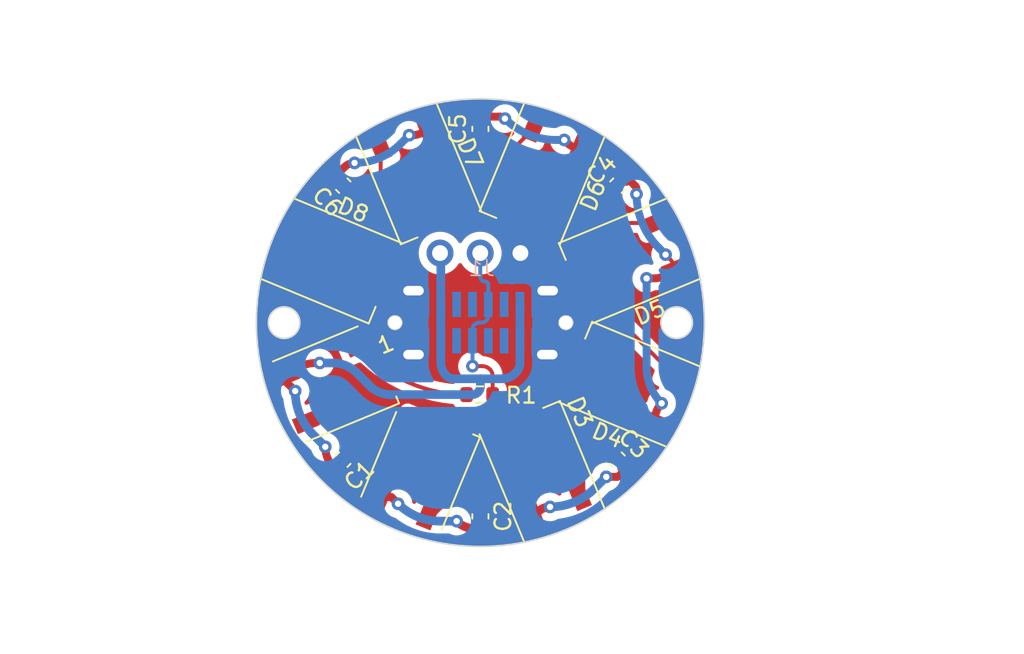
<source format=kicad_pcb>
(kicad_pcb (version 20221018) (generator pcbnew)
  (layers (0 "F.Cu" signal) (31 "B.Cu" signal) (34 "B.Paste" user) (35 "F.Paste" user) (36 "B.SilkS" user "B.Silkscreen") (37 "F.SilkS" user "F.Silkscreen") (38 "B.Mask" user) (39 "F.Mask" user) (44 "Edge.Cuts" user))
  (net 0 "")
  (net 1 "GND")
  (net 2 "Net-(D1-VDD)")
  (net 3 "Net-(D1-DIN)")
  (net 4 "Net-(D1-DOUT)")
  (net 5 "Net-(D2-DOUT)")
  (net 6 "Net-(D3-DOUT)")
  (net 7 "Net-(D4-DOUT)")
  (net 8 "Net-(D5-DOUT)")
  (net 9 "Net-(D6-DOUT)")
  (net 10 "Net-(D7-DOUT)")
  (net 11 "Net-(J1-D+-PadA6)")
  (footprint "Resistor_SMD:R_0603_1608Metric" (layer "F.Cu") (at 49.217285 53.2)
    (fp_text reference "R1" (at 2.625 0.05) (layer "F.SilkS"))
    (fp_text value "220")
    (fp_line (start -0.237258 -0.5225) (end 0.237258 -0.5225) (stroke (width 0.12)) (layer "F.SilkS"))
    (fp_line (start -0.237258 0.5225) (end 0.237258 0.5225) (stroke (width 0.12)) (layer "F.SilkS"))
    (pad "1" smd roundrect (at -0.825 0) (size 0.8 0.95) (layers "F.Cu" "F.Paste" "F.Mask") (net 3 "Net-(D1-DIN)"))
    (pad "2" smd roundrect (at 0.825 0) (size 0.8 0.95) (layers "F.Cu" "F.Paste" "F.Mask") (net 11 "Net-(J1-D+-PadA6)"))
  )
  (footprint "LED_SMD:LED_SK6812_PLCC4_5.0x5.0mm_P3.2mm" (layer "F.Cu") (at 58.644665 52.53424 157.5)
    (fp_text reference "D4" (at 0 -3.5 157.5) (layer "F.SilkS"))
    (fp_text value "SK6812" hide)
    (fp_line (start -3.65 -2.75) (end 3.65 -2.75) (stroke (width 0.12)) (layer "F.SilkS"))
    (fp_line (start -3.65 2.75) (end 3.65 2.75) (stroke (width 0.12)) (layer "F.SilkS"))
    (fp_line (start 3.65 2.75) (end 3.65 1.6) (stroke (width 0.12)) (layer "F.SilkS"))
    (pad "1" smd rect (at 2.45 1.6 157.5) (size 1.5 1) (layers "F.Cu" "F.Paste" "F.Mask") (net 1 "GND"))
    (pad "2" smd rect (at 2.45 -1.6 157.5) (size 1.5 1) (layers "F.Cu" "F.Paste" "F.Mask") (net 6 "Net-(D3-DOUT)"))
    (pad "3" smd rect (at -2.45 -1.6 157.5) (size 1.5 1) (layers "F.Cu" "F.Paste" "F.Mask") (net 2 "Net-(D1-VDD)"))
    (pad "4" smd rect (at -2.45 1.6 157.5) (size 1.5 1) (layers "F.Cu" "F.Paste" "F.Mask") (net 7 "Net-(D4-DOUT)"))
  )
  (footprint "Capacitor_SMD:C_0603_1608Metric" (layer "F.Cu") (at 40.605225 57.31206 -135)
    (fp_text reference "C1" (at 0 -1.43 45) (layer "F.SilkS"))
    (fp_text value "100nF")
    (fp_line (start -0.14058 -0.51) (end 0.14058 -0.51) (stroke (width 0.12)) (layer "F.SilkS"))
    (fp_line (start -0.14058 0.51) (end 0.14058 0.51) (stroke (width 0.12)) (layer "F.SilkS"))
    (pad "1" smd roundrect (at -0.775 0 225) (size 0.9 0.95) (layers "F.Cu" "F.Paste" "F.Mask") (net 1 "GND"))
    (pad "2" smd roundrect (at 0.775 0 225) (size 0.9 0.95) (layers "F.Cu" "F.Paste" "F.Mask") (net 2 "Net-(D1-VDD)"))
  )
  (footprint "Capacitor_SMD:C_0603_1608Metric" (layer "F.Cu") (at 57.929345 57.31206 -45)
    (fp_text reference "C3" (at 0 -1.43 135) (layer "F.SilkS"))
    (fp_text value "100nF")
    (fp_line (start -0.14058 -0.51) (end 0.14058 -0.51) (stroke (width 0.12)) (layer "F.SilkS"))
    (fp_line (start -0.14058 0.51) (end 0.14058 0.51) (stroke (width 0.12)) (layer "F.SilkS"))
    (pad "1" smd roundrect (at -0.775 0 315) (size 0.9 0.95) (layers "F.Cu" "F.Paste" "F.Mask") (net 1 "GND"))
    (pad "2" smd roundrect (at 0.775 0 315) (size 0.9 0.95) (layers "F.Cu" "F.Paste" "F.Mask") (net 2 "Net-(D1-VDD)"))
  )
  (footprint "Capacitor_SMD:C_0603_1608Metric" (layer "F.Cu") (at 40.605225 39.98794 135)
    (fp_text reference "C6" (at 0 -1.43 135) (layer "F.SilkS"))
    (fp_text value "100nF")
    (fp_line (start -0.14058 -0.51) (end 0.14058 -0.51) (stroke (width 0.12)) (layer "F.SilkS"))
    (fp_line (start -0.14058 0.51) (end 0.14058 0.51) (stroke (width 0.12)) (layer "F.SilkS"))
    (pad "1" smd roundrect (at -0.775 0 135) (size 0.9 0.95) (layers "F.Cu" "F.Paste" "F.Mask") (net 1 "GND"))
    (pad "2" smd roundrect (at 0.775 0 135) (size 0.9 0.95) (layers "F.Cu" "F.Paste" "F.Mask") (net 2 "Net-(D1-VDD)"))
  )
  (footprint "LED_SMD:LED_SK6812_PLCC4_5.0x5.0mm_P3.2mm" (layer "F.Cu") (at 45.383045 39.27262 -67.5)
    (fp_text reference "D7" (at 0 -3.5 112.5) (layer "F.SilkS"))
    (fp_text value "SK6812" hide)
    (fp_line (start -3.65 -2.75) (end 3.65 -2.75) (stroke (width 0.12)) (layer "F.SilkS"))
    (fp_line (start -3.65 2.75) (end 3.65 2.75) (stroke (width 0.12)) (layer "F.SilkS"))
    (fp_line (start 3.65 2.75) (end 3.65 1.6) (stroke (width 0.12)) (layer "F.SilkS"))
    (pad "1" smd rect (at 2.45 1.6 292.5) (size 1.5 1) (layers "F.Cu" "F.Paste" "F.Mask") (net 1 "GND"))
    (pad "2" smd rect (at 2.45 -1.6 292.5) (size 1.5 1) (layers "F.Cu" "F.Paste" "F.Mask") (net 9 "Net-(D6-DOUT)"))
    (pad "3" smd rect (at -2.45 -1.6 292.5) (size 1.5 1) (layers "F.Cu" "F.Paste" "F.Mask") (net 2 "Net-(D1-VDD)"))
    (pad "4" smd rect (at -2.45 1.6 292.5) (size 1.5 1) (layers "F.Cu" "F.Paste" "F.Mask") (net 10 "Net-(D7-DOUT)"))
  )
  (footprint "Capacitor_SMD:C_0603_1608Metric" (layer "F.Cu") (at 49.267285 36.4 90)
    (fp_text reference "C5" (at 0 -1.43 90) (layer "F.SilkS"))
    (fp_text value "100nF")
    (fp_line (start -0.14058 -0.51) (end 0.14058 -0.51) (stroke (width 0.12)) (layer "F.SilkS"))
    (fp_line (start -0.14058 0.51) (end 0.14058 0.51) (stroke (width 0.12)) (layer "F.SilkS"))
    (pad "1" smd roundrect (at -0.775 0 90) (size 0.9 0.95) (layers "F.Cu" "F.Paste" "F.Mask") (net 1 "GND"))
    (pad "2" smd roundrect (at 0.775 0 90) (size 0.9 0.95) (layers "F.Cu" "F.Paste" "F.Mask") (net 2 "Net-(D1-VDD)"))
  )
  (footprint "Capacitor_SMD:C_0603_1608Metric" (layer "F.Cu") (at 49.267285 60.9 -90)
    (fp_text reference "C2" (at 0 -1.43 90) (layer "F.SilkS"))
    (fp_text value "100nF")
    (fp_line (start -0.14058 -0.51) (end 0.14058 -0.51) (stroke (width 0.12)) (layer "F.SilkS"))
    (fp_line (start -0.14058 0.51) (end 0.14058 0.51) (stroke (width 0.12)) (layer "F.SilkS"))
    (pad "1" smd roundrect (at -0.775 0 270) (size 0.9 0.95) (layers "F.Cu" "F.Paste" "F.Mask") (net 1 "GND"))
    (pad "2" smd roundrect (at 0.775 0 270) (size 0.9 0.95) (layers "F.Cu" "F.Paste" "F.Mask") (net 2 "Net-(D1-VDD)"))
  )
  (footprint "LED_SMD:LED_SK6812_PLCC4_5.0x5.0mm_P3.2mm" (layer "F.Cu") (at 53.151525 39.27262 -112.5)
    (fp_text reference "D6" (at 0 -3.5 67.5) (layer "F.SilkS"))
    (fp_text value "SK6812" hide)
    (fp_line (start -3.65 -2.75) (end 3.65 -2.75) (stroke (width 0.12)) (layer "F.SilkS"))
    (fp_line (start -3.65 2.75) (end 3.65 2.75) (stroke (width 0.12)) (layer "F.SilkS"))
    (fp_line (start 3.65 2.75) (end 3.65 1.6) (stroke (width 0.12)) (layer "F.SilkS"))
    (pad "1" smd rect (at 2.45 1.6 247.5) (size 1.5 1) (layers "F.Cu" "F.Paste" "F.Mask") (net 1 "GND"))
    (pad "2" smd rect (at 2.45 -1.6 247.5) (size 1.5 1) (layers "F.Cu" "F.Paste" "F.Mask") (net 8 "Net-(D5-DOUT)"))
    (pad "3" smd rect (at -2.45 -1.6 247.5) (size 1.5 1) (layers "F.Cu" "F.Paste" "F.Mask") (net 2 "Net-(D1-VDD)"))
    (pad "4" smd rect (at -2.45 1.6 247.5) (size 1.5 1) (layers "F.Cu" "F.Paste" "F.Mask") (net 9 "Net-(D6-DOUT)"))
  )
  (footprint "LED_SMD:LED_SK6812_PLCC4_5.0x5.0mm_P3.2mm" (layer "F.Cu") (at 39.889905 44.76576 -22.5)
    (fp_text reference "D8" (at 0 -3.5 157.5) (layer "F.SilkS"))
    (fp_text value "SK6812" hide)
    (fp_line (start -3.65 -2.75) (end 3.65 -2.75) (stroke (width 0.12)) (layer "F.SilkS"))
    (fp_line (start -3.65 2.75) (end 3.65 2.75) (stroke (width 0.12)) (layer "F.SilkS"))
    (fp_line (start 3.65 2.75) (end 3.65 1.6) (stroke (width 0.12)) (layer "F.SilkS"))
    (pad "1" smd rect (at 2.45 1.6 337.5) (size 1.5 1) (layers "F.Cu" "F.Paste" "F.Mask") (net 1 "GND"))
    (pad "2" smd rect (at 2.45 -1.6 337.5) (size 1.5 1) (layers "F.Cu" "F.Paste" "F.Mask") (net 10 "Net-(D7-DOUT)"))
    (pad "3" smd rect (at -2.45 -1.6 337.5) (size 1.5 1) (layers "F.Cu" "F.Paste" "F.Mask") (net 2 "Net-(D1-VDD)"))
    (pad "4" smd rect (at -2.45 1.6 337.5) (size 1.5 1) (layers "F.Cu" "F.Paste" "F.Mask") (net 10 "Net-(D7-DOUT)"))
  )
  (footprint "LED_SMD:LED_SK6812_PLCC4_5.0x5.0mm_P3.2mm" (layer "F.Cu") (at 39.889905 52.53424 22.5)
    (fp_text reference "1" (at 4.1 -1.025 22.5) (layer "F.SilkS"))
    (fp_text value "SK6812" hide)
    (fp_line (start -2.9 -2.75) (end 2.9 -2.75) (stroke (width 0.12)) (layer "F.SilkS"))
    (fp_line (start -2.9 2.75) (end 3.45 2.75) (stroke (width 0.12)) (layer "F.SilkS"))
    (fp_line (start 3.45 2.75) (end 3.45 2.275) (stroke (width 0.12)) (layer "F.SilkS"))
    (pad "1" smd rect (at 2.45 1.6 22.5) (size 1.5 1) (layers "F.Cu" "F.Paste" "F.Mask") (net 1 "GND"))
    (pad "2" smd rect (at 2.45 -1.6 22.5) (size 1.5 1) (layers "F.Cu" "F.Paste" "F.Mask") (net 3 "Net-(D1-DIN)"))
    (pad "3" smd rect (at -2.45 -1.6 22.5) (size 1.5 1) (layers "F.Cu" "F.Paste" "F.Mask") (net 2 "Net-(D1-VDD)"))
    (pad "4" smd rect (at -2.45 1.6 22.5) (size 1.5 1) (layers "F.Cu" "F.Paste" "F.Mask") (net 4 "Net-(D1-DOUT)"))
  )
  (footprint "LED_SMD:LED_SK6812_PLCC4_5.0x5.0mm_P3.2mm" (layer "F.Cu") (at 45.383045 58.02738 67.5)
    (fp_text reference "D2" hide)
    (fp_text value "SK6812" hide)
    (fp_line (start -2.9 -2.75) (end 2.9 -2.75) (stroke (width 0.12)) (layer "F.SilkS"))
    (fp_line (start -2.9 2.75) (end 3.45 2.75) (stroke (width 0.12)) (layer "F.SilkS"))
    (fp_line (start 3.45 2.75) (end 3.45 2.275) (stroke (width 0.12)) (layer "F.SilkS"))
    (pad "1" smd rect (at 2.45 1.6 67.5) (size 1.5 1) (layers "F.Cu" "F.Paste" "F.Mask") (net 1 "GND"))
    (pad "2" smd rect (at 2.45 -1.6 67.5) (size 1.5 1) (layers "F.Cu" "F.Paste" "F.Mask") (net 5 "Net-(D2-DOUT)"))
    (pad "3" smd rect (at -2.45 -1.6 67.5) (size 1.5 1) (layers "F.Cu" "F.Paste" "F.Mask") (net 2 "Net-(D1-VDD)"))
    (pad "4" smd rect (at -2.45 1.6 67.5) (size 1.5 1) (layers "F.Cu" "F.Paste" "F.Mask") (net 5 "Net-(D2-DOUT)"))
  )
  (footprint "LED_SMD:LED_SK6812_PLCC4_5.0x5.0mm_P3.2mm" (layer "F.Cu") (at 53.151525 58.02738 112.5)
    (fp_text reference "D3" (at 2.527276 3.633846 112.5) (layer "F.SilkS"))
    (fp_text value "SK6812" hide)
    (fp_line (start -3.65 -2.75) (end 3.65 -2.75) (stroke (width 0.12)) (layer "F.SilkS"))
    (fp_line (start -3.65 2.75) (end 3.65 2.75) (stroke (width 0.12)) (layer "F.SilkS"))
    (fp_line (start 3.65 2.75) (end 3.65 1.6) (stroke (width 0.12)) (layer "F.SilkS"))
    (pad "1" smd rect (at 2.45 1.6 112.5) (size 1.5 1) (layers "F.Cu" "F.Paste" "F.Mask") (net 1 "GND"))
    (pad "2" smd rect (at 2.45 -1.6 112.5) (size 1.5 1) (layers "F.Cu" "F.Paste" "F.Mask") (net 5 "Net-(D2-DOUT)"))
    (pad "3" smd rect (at -2.45 -1.6 112.5) (size 1.5 1) (layers "F.Cu" "F.Paste" "F.Mask") (net 2 "Net-(D1-VDD)"))
    (pad "4" smd rect (at -2.45 1.6 112.5) (size 1.5 1) (layers "F.Cu" "F.Paste" "F.Mask") (net 6 "Net-(D3-DOUT)"))
  )
  (footprint "LED_SMD:LED_SK6812_PLCC4_5.0x5.0mm_P3.2mm" (layer "F.Cu") (at 58.644665 44.76576 -157.5)
    (fp_text reference "D5" (at 0 -3.5 22.5) (layer "F.SilkS"))
    (fp_text value "SK6812" hide)
    (fp_line (start -3.65 -2.75) (end 3.65 -2.75) (stroke (width 0.12)) (layer "F.SilkS"))
    (fp_line (start -3.65 2.75) (end 3.65 2.75) (stroke (width 0.12)) (layer "F.SilkS"))
    (fp_line (start 3.65 2.75) (end 3.65 1.6) (stroke (width 0.12)) (layer "F.SilkS"))
    (pad "1" smd rect (at 2.45 1.6 202.5) (size 1.5 1) (layers "F.Cu" "F.Paste" "F.Mask") (net 1 "GND"))
    (pad "2" smd rect (at 2.45 -1.6 202.5) (size 1.5 1) (layers "F.Cu" "F.Paste" "F.Mask") (net 7 "Net-(D4-DOUT)"))
    (pad "3" smd rect (at -2.45 -1.6 202.5) (size 1.5 1) (layers "F.Cu" "F.Paste" "F.Mask") (net 2 "Net-(D1-VDD)"))
    (pad "4" smd rect (at -2.45 1.6 202.5) (size 1.5 1) (layers "F.Cu" "F.Paste" "F.Mask") (net 8 "Net-(D5-DOUT)"))
  )
  (footprint "Capacitor_SMD:C_0603_1608Metric" (layer "F.Cu") (at 57.929345 39.98794 45)
    (fp_text reference "C4" (at 0 -1.43 45) (layer "F.SilkS"))
    (fp_text value "100nF")
    (fp_line (start -0.14058 -0.51) (end 0.14058 -0.51) (stroke (width 0.12)) (layer "F.SilkS"))
    (fp_line (start -0.14058 0.51) (end 0.14058 0.51) (stroke (width 0.12)) (layer "F.SilkS"))
    (pad "1" smd roundrect (at -0.775 0 45) (size 0.9 0.95) (layers "F.Cu" "F.Paste" "F.Mask") (net 1 "GND"))
    (pad "2" smd roundrect (at 0.775 0 45) (size 0.9 0.95) (layers "F.Cu" "F.Paste" "F.Mask") (net 2 "Net-(D1-VDD)"))
  )
  (footprint "Connector_USB:Hanbo-Electronic-MC-118LS-H100 USB-C Socket" (layer "B.Cu") (at 49.267285 48.65 180)
    (fp_text reference "J1" (at -0.075 3.45 unlocked) (layer "B.SilkS") (effects (font (thickness 0.1)) (justify mirror)))
    (fp_text value "Female LED Connector (No USB)")
    (fp_circle (center -5.4 0) (end -4.95 0) (stroke (width 0.05)) (fill none) (layer "Edge.Cuts"))
    (fp_circle (center 5.4 0) (end 5.85 0) (stroke (width 0.05)) (fill none) (layer "Edge.Cuts"))
    (pad "1" thru_hole roundrect (at -4.25 2.02 180) (size 1.85 1) (drill oval 1.3 0.6 (offset 0.1 0)) (layers "*.Cu" "*.Mask") (roundrect_rratio 0.5) (net 1 "GND"))
    (pad "2" thru_hole roundrect (at -4.225 -2.02 180) (size 1.85 1) (drill oval 1.3 0.6 (offset 0.075 0)) (layers "*.Cu" "*.Mask") (roundrect_rratio 0.5) (net 1 "GND"))
    (pad "3" thru_hole roundrect (at 4.225 -2.02 180) (size 1.85 1) (drill oval 1.3 0.6 (offset -0.075 0)) (layers "*.Cu" "*.Mask") (roundrect_rratio 0.5) (net 1 "GND"))
    (pad "3" thru_hole roundrect (at 4.225 2.02 180) (size 1.85 1) (drill oval 1.3 0.6 (offset -0.075 0)) (layers "*.Cu" "*.Mask") (roundrect_rratio 0.5) (net 1 "GND"))
    (pad "A1" smd rect (at -3.5 1.15 180) (size 0.55 1.6) (layers "B.Cu" "B.Paste" "B.Mask") (net 1 "GND"))
    (pad "A4" smd rect (at -2.5 1.15 180) (size 0.55 1.6) (layers "B.Cu" "B.Paste" "B.Mask") (net 2 "Net-(D1-VDD)"))
    (pad "A5" smd rect (at -1.5 1.15 180) (size 0.55 1.6) (layers "B.Cu" "B.Paste" "B.Mask"))
    (pad "A6" smd rect (at -0.5 1.15 180) (size 0.55 1.6) (layers "B.Cu" "B.Paste" "B.Mask") (net 11 "Net-(J1-D+-PadA6)"))
    (pad "A7" smd rect (at 0.5 1.15 180) (size 0.55 1.6) (layers "B.Cu" "B.Paste" "B.Mask"))
    (pad "A8" smd rect (at 1.5 1.15 180) (size 0.55 1.6) (layers "B.Cu" "B.Paste" "B.Mask"))
    (pad "A9" smd rect (at 2.5 1.15 180) (size 0.55 1.6) (layers "B.Cu" "B.Paste" "B.Mask") (net 2 "Net-(D1-VDD)"))
    (pad "A12" smd rect (at 3.5 1.15 180) (size 0.55 1.6) (layers "B.Cu" "B.Paste" "B.Mask") (net 1 "GND"))
    (pad "B1" smd rect (at 3.5 -1.15 180) (size 0.55 1.6) (layers "B.Cu" "B.Paste" "B.Mask") (net 1 "GND"))
    (pad "B4" smd rect (at 2.5 -1.15 180) (size 0.55 1.6) (layers "B.Cu" "B.Paste" "B.Mask") (net 2 "Net-(D1-VDD)"))
    (pad "B5" smd rect (at 1.5 -1.15 180) (size 0.55 1.6) (layers "B.Cu" "B.Paste" "B.Mask"))
    (pad "B6" smd rect (at 0.5 -1.15 180) (size 0.55 1.6) (layers "B.Cu" "B.Paste" "B.Mask") (net 11 "Net-(J1-D+-PadA6)"))
    (pad "B7" smd rect (at -0.5 -1.15 180) (size 0.55 1.6) (layers "B.Cu" "B.Paste" "B.Mask"))
    (pad "B8" smd rect (at -1.5 -1.15 180) (size 0.55 1.6) (layers "B.Cu" "B.Paste" "B.Mask"))
    (pad "B9" smd rect (at -2.5 -1.15 180) (size 0.55 1.6) (layers "B.Cu" "B.Paste" "B.Mask") (net 2 "Net-(D1-VDD)"))
    (pad "B12" smd rect (at -3.5 -1.15 180) (size 0.55 1.6) (layers "B.Cu" "B.Paste" "B.Mask") (net 1 "GND"))
  )
  (gr_circle (center 36.867285 48.65) (end 37.867285 48.65) (stroke (width 0.1)) (fill none) (layer "Edge.Cuts"))
  (gr_circle (center 61.667285 48.65) (end 62.667285 48.65) (stroke (width 0.1)) (fill none) (layer "Edge.Cuts"))
  (gr_circle (center 49.267285 48.65) (end 63.417285 48.65) (stroke (width 0.1)) (fill none) (layer "Edge.Cuts"))
  (via (at 51.797285 44.25) (size 1.7) (drill 1) (layers "F.Cu" "B.Cu") (net 1))
  (arc (start 53.517285 46.63) (mid 53.498782 46.65769) (end 53.492285 46.690355) (width 0.25) (layer "F.Cu") (net 1))
  (segment (start 48.914036 61.675) (end 49.267285 61.675) (width 0.55) (layer "F.Cu") (net 2))
  (segment (start 40.011853 57.814705) (end 40.057217 57.860068) (width 0.25) (layer "F.Cu") (net 2))
  (segment (start 61.235347 44.618062) (end 60.967285 44.35) (width 0.25) (layer "F.Cu") (net 2))
  (segment (start 37.567285 52.970551) (end 37.014107 52.417373) (width 0.5) (layer "F.Cu") (net 2))
  (segment (start 54.750263 37.282979) (end 54.567285 37.1) (width 0.5) (layer "F.Cu") (net 2))
  (segment (start 42.967263 59.678591) (end 43.645876 59.678591) (width 0.5) (layer "F.Cu") (net 2))
  (segment (start 43.645876 59.678591) (end 44.067285 60.1) (width 0.5) (layer "F.Cu") (net 2))
  (segment (start 61.162704 45.454582) (end 61.117285 45.5) (width 0.25) (layer "F.Cu") (net 2))
  (segment (start 59.046981 40.009559) (end 58.477353 39.439932) (width 0.5) (layer "F.Cu") (net 2))
  (segment (start 59.138352 40.518095) (end 59.138352 40.510927) (width 0.5) (layer "F.Cu") (net 2))
  (segment (start 39.92088 39.496404) (end 39.417285 40) (width 0.5) (layer "F.Cu") (net 2))
  (segment (start 39.467285 56.5) (end 39.512648 56.545363) (width 0.25) (layer "F.Cu") (net 2))
  (segment (start 38.930095 51.2) (end 39.117285 51.2) (width 0.25) (layer "F.Cu") (net 2))
  (segment (start 60.295876 54.950022) (end 60.295876 54.767371) (width 0.5) (layer "F.Cu") (net 2))
  (segment (start 40.685424 38.811726) (end 40.057217 39.439932) (width 0.5) (layer "F.Cu") (net 2))
  (segment (start 49.267285 35.625) (end 47.787021 35.625) (width 0.5) (layer "F.Cu") (net 2))
  (segment (start 47.767285 61.2) (end 47.767285 61.3) (width 0.55) (layer "F.Cu") (net 2))
  (segment (start 59.317285 57) (end 59.538291 56.778994) (width 0.5) (layer "F.Cu") (net 2))
  (segment (start 52.693928 60.903178) (end 52.610892 60.903178) (width 0.55) (layer "F.Cu") (net 2))
  (segment (start 44.950321 36.8) (end 44.767285 36.8) (width 0.5) (layer "F.Cu") (net 2))
  (segment (start 52.893598 60.620471) (end 52.610892 60.903178) (width 0.55) (layer "F.Cu") (net 2))
  (segment (start 60.717285 53.75) (end 60.7 53.75) (width 0.5) (layer "F.Cu") (net 2))
  (segment (start 49.267285 61.675) (end 50.747549 61.675) (width 0.55) (layer "F.Cu") (net 2))
  (segment (start 57.896575 58.4) (end 57.217285 58.4) (width 0.5) (layer "F.Cu") (net 2))
  (segment (start 50.515509 35.625) (end 49.267285 35.625) (width 0.5) (layer "F.Cu") (net 2))
  (segment (start 52.610892 60.806393) (end 52.610892 60.903178) (width 0.55) (layer "F.Cu") (net 2))
  (segment (start 52.864107 60.903178) (end 52.610892 60.903178) (width 0.55) (layer "F.Cu") (net 2))
  (segment (start 60.272311 45.85) (end 59.767285 45.85) (width 0.5) (layer "F.Cu") (net 2))
  (segment (start 58.456236 57.911049) (end 58.017285 58.35) (width 0.5) (layer "F.Cu") (net 2))
  (segment (start 58.477353 39.439932) (end 57.430654 38.393233) (width 0.5) (layer "F.Cu") (net 2))
  (segment (start 40.057217 57.860068) (end 41.103916 58.906767) (width 0.5) (layer "F.Cu") (net 2))
  (segment (start 37.014107 52.417373) (end 37.014107 51.993607) (width 0.5) (layer "F.Cu") (net 2))
  (segment (start 39.417285 40) (end 39.06699 40.350295) (width 0.5) (layer "F.Cu") (net 2))
  (segment (start 58.491591 57.825693) (end 59.317285 57) (width 0.5) (layer "F.Cu") (net 2))
  (segment (start 59.131447 40.213477) (end 59.131447 40.525) (width 0.5) (layer "F.Cu") (net 2))
  (segment (start 59.131447 40.525) (end 59.138352 40.518095) (width 0.5) (layer "F.Cu") (net 2))
  (via (at 41.317285 38.55) (size 0.8) (drill 0.4) (layers "F.Cu" "B.Cu") (net 2))
  (via (at 46.717285 44.25) (size 1.7) (drill 1) (layers "F.Cu" "B.Cu") (net 2))
  (via (at 44.767285 36.8) (size 0.8) (drill 0.4) (layers "F.Cu" "B.Cu") (net 2))
  (via (at 57.217285 58.4) (size 0.8) (drill 0.4) (layers "F.Cu" "B.Cu") (net 2))
  (via (at 60.967285 44.35) (size 0.8) (drill 0.4) (layers "F.Cu" "B.Cu") (net 2))
  (via (at 39.117285 51.2) (size 0.8) (drill 0.4) (layers "F.Cu" "B.Cu") (net 2))
  (via (at 53.667285 60.3) (size 0.8) (drill 0.4) (layers "F.Cu" "B.Cu") (net 2))
  (via (at 50.817285 35.75) (size 0.8) (drill 0.4) (layers "F.Cu" "B.Cu") (net 2))
  (via (at 44.067285 60.1) (size 0.8) (drill 0.4) (layers "F.Cu" "B.Cu") (net 2))
  (via (at 39.467285 56.5) (size 0.8) (drill 0.4) (layers "F.Cu" "B.Cu") (net 2))
  (via (at 59.767285 45.85) (size 0.8) (drill 0.4) (layers "F.Cu" "B.Cu") (net 2))
  (via (at 37.567285 52.970551) (size 0.8) (drill 0.4) (layers "F.Cu" "B.Cu") (net 2))
  (via (at 54.567285 37.1) (size 0.8) (drill 0.4) (layers "F.Cu" "B.Cu") (net 2))
  (via (at 60.717285 53.75) (size 0.8) (drill 0.4) (layers "F.Cu" "B.Cu") (net 2))
  (via (at 47.767285 61.2) (size 0.8) (drill 0.4) (layers "F.Cu" "B.Cu") (net 2))
  (via (at 59.131447 40.525) (size 0.8) (drill 0.4) (layers "F.Cu" "B.Cu") (net 2))
  (arc (start 61.520463 45.306393) (mid 61.446364 44.933871) (end 61.235347 44.618062) (width 0.25) (layer "F.Cu") (net 2))
  (arc (start 47.767285 61.2) (mid 48.293418 61.551551) (end 48.914036 61.675) (width 0.55) (layer "F.Cu") (net 2))
  (arc (start 55.567307 37.621409) (mid 55.125126 37.533454) (end 54.750263 37.282979) (width 0.5) (layer "F.Cu") (net 2))
  (arc (start 45.923678 36.396822) (mid 45.477098 36.695217) (end 44.950321 36.8) (width 0.5) (layer "F.Cu") (net 2))
  (arc (start 60.295876 54.767371) (mid 60.405396 54.216774) (end 60.717285 53.75) (width 0.5) (layer "F.Cu") (net 2))
  (arc (start 53.667285 60.3) (mid 53.248569 60.383288) (end 52.893598 60.620471) (width 0.55) (layer "F.Cu") (net 2))
  (arc (start 57.430654 38.393233) (mid 56.575744 37.822) (end 55.567307 37.621409) (width 0.5) (layer "F.Cu") (net 2))
  (arc (start 50.747549 61.675) (mid 51.755982 61.474411) (end 52.610892 60.903178) (width 0.55) (layer "F.Cu") (net 2))
  (arc (start 58.017285 58.35) (mid 57.961903 58.387005) (end 57.896575 58.4) (width 0.5) (layer "F.Cu") (net 2))
  (arc (start 37.014107 51.993607) (mid 37.893154 51.40626) (end 38.930095 51.2) (width 0.5) (layer "F.Cu") (net 2))
  (arc (start 61.117285 45.5) (mid 60.729608 45.759037) (end 60.272311 45.85) (width 0.5) (layer "F.Cu") (net 2))
  (arc (start 49.192285 61.75) (mid 49.245318 61.728033) (end 49.267285 61.675) (width 0.55) (layer "F.Cu") (net 2))
  (arc (start 47.787021 35.625) (mid 46.778588 35.825589) (end 45.923678 36.396822) (width 0.5) (layer "F.Cu") (net 2))
  (arc (start 39.467285 56.5) (mid 39.608814 57.211513) (end 40.011853 57.814705) (width 0.5) (layer "F.Cu") (net 2))
  (arc (start 37.014107 51.993607) (mid 36.699592 52.056168) (end 36.432959 52.234327) (width 0.25) (layer "F.Cu") (net 2))
  (arc (start 58.477353 57.860068) (mid 58.471865 57.887659) (end 58.456236 57.911049) (width 0.5) (layer "F.Cu") (net 2))
  (arc (start 39.06699 40.350295) (mid 38.453961 41.267757) (end 38.238694 42.349978) (width 0.5) (layer "F.Cu") (net 2))
  (arc (start 61.520463 45.306393) (mid 61.326845 45.344906) (end 61.162704 45.454582) (width 0.25) (layer "F.Cu") (net 2))
  (arc (start 41.103916 58.906767) (mid 41.958826 59.478) (end 42.967263 59.678591) (width 0.5) (layer "F.Cu") (net 2))
  (arc (start 58.477353 57.860068) (mid 58.481053 57.841465) (end 58.491591 57.825693) (width 0.5) (layer "F.Cu") (net 2))
  (arc (start 59.046981 40.009559) (mid 59.109494 40.103117) (end 59.131447 40.213477) (width 0.5) (layer "F.Cu") (net 2))
  (arc (start 50.817285 35.75) (mid 50.678829 35.657487) (end 50.515509 35.625) (width 0.5) (layer "F.Cu") (net 2))
  (arc (start 59.538291 56.778994) (mid 60.098986 55.939855) (end 60.295876 54.950022) (width 0.5) (layer "F.Cu") (net 2))
  (arc (start 41.317285 38.55) (mid 40.975324 38.61802) (end 40.685424 38.811726) (width 0.5) (layer "F.Cu") (net 2))
  (arc (start 40.057217 39.439932) (mid 39.983432 39.454609) (end 39.92088 39.496404) (width 0.5) (layer "F.Cu") (net 2))
  (segment (start 56.484011 59.133274) (end 57.217285 58.4) (width 0.55) (layer "B.Cu") (net 2))
  (segment (start 37.696997 52.989694) (end 37.586428 52.989694) (width 0.5) (layer "B.Cu") (net 2))
  (segment (start 43.617285 53.2) (end 48.755153 53.2) (width 0.55) (layer "B.Cu") (net 2))
  (segment (start 44.219366 37.347919) (end 44.767285 36.8) (width 0.5) (layer "B.Cu") (net 2))
  (segment (start 42.257417 52.625) (end 41.457417 51.825) (width 0.55) (layer "B.Cu") (net 2))
  (segment (start 51.767285 47.5) (end 51.767285 49.8) (width 0.55) (layer "B.Cu") (net 2))
  (segment (start 46.767285 51.155026) (end 46.767285 49.8) (width 0.55) (layer "B.Cu") (net 2))
  (segment (start 50.622311 52.2) (end 49.267285 52.2) (width 0.55) (layer "B.Cu") (net 2))
  (segment (start 39.467285 56.496882) (end 38.584462 55.614059) (width 0.55) (layer "B.Cu") (net 2))
  (segment (start 49.267285 52.687868) (end 49.267285 52.2) (width 0.55) (layer "B.Cu") (net 2))
  (segment (start 60.967285 44.35) (end 60.537998 43.920713) (width 0.5) (layer "B.Cu") (net 2))
  (segment (start 59.767285 51.456498) (end 59.767285 45.85) (width 0.5) (layer "B.Cu") (net 2))
  (segment (start 49.267285 52.2) (end 47.600127 52.2) (width 0.55) (layer "B.Cu") (net 2))
  (segment (start 47.767285 61.2) (end 46.722919 61.2) (width 0.55) (layer "B.Cu") (net 2))
  (segment (start 39.948534 51.2) (end 39.117285 51.2) (width 0.55) (layer "B.Cu") (net 2))
  (segment (start 51.767285 49.8) (end 51.767285 51.2) (width 0.55) (layer "B.Cu") (net 2))
  (segment (start 46.767285 47.5) (end 46.767285 44.3) (width 0.55) (layer "B.Cu") (net 2))
  (segment (start 51.519798 51.797488) (end 51.467285 51.85) (width 0.55) (layer "B.Cu") (net 2))
  (segment (start 46.767285 47.5) (end 46.767285 49.8) (width 0.55) (layer "B.Cu") (net 2))
  (segment (start 51.767285 47.239949) (end 51.767285 47.5) (width 0.25) (layer "B.Cu") (net 2))
  (segment (start 39.467285 56.5) (end 39.467285 56.496882) (width 0.55) (layer "B.Cu") (net 2))
  (segment (start 37.586428 52.989694) (end 37.567285 52.970551) (width 0.5) (layer "B.Cu") (net 2))
  (segment (start 42.277431 52.645015) (end 42.257417 52.625) (width 0.55) (layer "B.Cu") (net 2))
  (segment (start 54.567285 37.1) (end 54.076473 37.1) (width 0.5) (layer "B.Cu") (net 2))
  (segment (start 46.767285 44.3) (end 46.717285 44.25) (width 0.25) (layer "B.Cu") (net 2))
  (arc (start 60.537998 43.920713) (mid 59.496998 42.362747) (end 59.131447 40.525) (width 0.5) (layer "B.Cu") (net 2))
  (arc (start 54.076473 37.1) (mid 52.312614 36.749146) (end 50.817285 35.75) (width 0.5) (layer "B.Cu") (net 2))
  (arc (start 60.717285 53.75) (mid 60.014182 52.697733) (end 59.767285 51.456498) (width 0.5) (layer "B.Cu") (net 2))
  (arc (start 41.457417 51.825) (mid 40.765136 51.362432) (end 39.948534 51.2) (width 0.55) (layer "B.Cu") (net 2))
  (arc (start 53.667285 60.3) (mid 55.191686 59.996778) (end 56.484011 59.133274) (width 0.55) (layer "B.Cu") (net 2))
  (arc (start 49.117285 53.05) (mid 49.228301 52.883853) (end 49.267285 52.687868) (width 0.55) (layer "B.Cu") (net 2))
  (arc (start 43.617285 53.2) (mid 42.892162 53.055764) (end 42.277431 52.645015) (width 0.55) (layer "B.Cu") (net 2))
  (arc (start 51.467285 51.85) (mid 51.079608 52.109037) (end 50.622311 52.2) (width 0.55) (layer "B.Cu") (net 2))
  (arc (start 47.600127 52.2) (mid 47.338815 52.148022) (end 47.117285 52) (width 0.55) (layer "B.Cu") (net 2))
  (arc (start 47.117285 52) (mid 46.858248 51.612323) (end 46.767285 51.155026) (width 0.55) (layer "B.Cu") (net 2))
  (arc (start 38.584462 55.614059) (mid 37.830881 54.38632) (end 37.567285 52.970551) (width 0.55) (layer "B.Cu") (net 2))
  (arc (start 48.755153 53.2) (mid 48.951137 53.161016) (end 49.117285 53.05) (width 0.55) (layer "B.Cu") (net 2))
  (arc (start 41.317285 38.55) (mid 42.88788 38.237589) (end 44.219366 37.347919) (width 0.5) (layer "B.Cu") (net 2))
  (arc (start 46.722919 61.2) (mid 45.285701 60.914119) (end 44.067285 60.1) (width 0.55) (layer "B.Cu") (net 2))
  (arc (start 51.767285 51.2) (mid 51.702965 51.523358) (end 51.519798 51.797488) (width 0.55) (layer "B.Cu") (net 2))
  (segment (start 41.957129 50.534471) (end 41.541116 50.118458) (width 0.25) (layer "F.Cu") (net 3))
  (arc (start 48.392285 53.2) (mid 44.909604 52.507252) (end 41.957129 50.534471) (width 0.25) (layer "F.Cu") (net 3))
  (segment (start 38.238694 54.950022) (end 44.355804 54.950022) (width 0.25) (layer "F.Cu") (net 4))
  (arc (start 44.355804 54.950022) (mid 44.619154 55.002406) (end 44.842412 55.151582) (width 0.25) (layer "F.Cu") (net 4))
  (segment (start 46.410299 60.701613) (end 50.735743 56.376169) (width 0.25) (layer "F.Cu") (net 5))
  (arc (start 45.923678 60.903178) (mid 46.187035 60.850793) (end 46.410299 60.701613) (width 0.25) (layer "F.Cu") (net 5))
  (segment (start 55.768867 59.191983) (end 55.768867 53.074873) (width 0.25) (layer "F.Cu") (net 6))
  (arc (start 55.567307 59.678591) (mid 55.716483 59.455334) (end 55.768867 59.191983) (width 0.25) (layer "F.Cu") (net 6))
  (segment (start 61.520463 51.993607) (end 57.195019 47.668163) (width 0.25) (layer "F.Cu") (net 7))
  (arc (start 57.195019 47.668163) (mid 57.045839 47.444899) (end 56.993454 47.181542) (width 0.25) (layer "F.Cu") (net 7))
  (segment (start 53.893718 42.349978) (end 53.692158 42.148418) (width 0.25) (layer "F.Cu") (net 8))
  (segment (start 60.295876 42.349978) (end 53.893718 42.349978) (width 0.25) (layer "F.Cu") (net 8))
  (segment (start 48.083883 40.923831) (end 47.798827 40.923831) (width 0.25) (layer "F.Cu") (net 9))
  (segment (start 52.610892 36.396822) (end 48.083883 40.923831) (width 0.25) (layer "F.Cu") (net 9))
  (segment (start 42.967263 37.621409) (end 42.967263 44.023567) (width 0.25) (layer "F.Cu") (net 10))
  (segment (start 42.967263 44.023567) (end 42.765703 44.225127) (width 0.25) (layer "F.Cu") (net 10))
  (segment (start 48.767285 51.4) (end 49.384443 51.4) (width 0.25) (layer "F.Cu") (net 11))
  (segment (start 50.042285 52.022487) (end 50.042285 53.2) (width 0.25) (layer "F.Cu") (net 11))
  (segment (start 48.767285 51.4) (end 48.717285 51.45) (width 0.25) (layer "F.Cu") (net 11))
  (via (at 48.767285 51.4) (size 0.8) (drill 0.4) (layers "F.Cu" "B.Cu") (net 11))
  (via (at 49.257285 44.25) (size 1.7) (drill 1) (layers "F.Cu" "B.Cu") (net 11))
  (arc (start 49.384443 51.4) (mid 49.645755 51.451978) (end 49.867285 51.6) (width 0.25) (layer "F.Cu") (net 11))
  (arc (start 49.867285 51.6) (mid 49.996804 51.793838) (end 50.042285 52.022487) (width 0.25) (layer "F.Cu") (net 11))
  (segment (start 49.767285 46.25) (end 49.767285 47.5) (width 0.25) (layer "B.Cu") (net 11))
  (segment (start 49.767285 47.5) (end 49.767285 48.225) (width 0.25) (layer "B.Cu") (net 11))
  (segment (start 48.767285 49.075) (end 48.767285 49.8) (width 0.25) (layer "B.Cu") (net 11))
  (segment (start 48.767285 51.4) (end 48.767285 49.8) (width 0.25) (layer "B.Cu") (net 11))
  (segment (start 49.342285 48.65) (end 49.192285 48.65) (width 0.25) (layer "B.Cu") (net 11))
  (segment (start 49.257285 44.25) (end 49.257285 45.73999) (width 0.25) (layer "B.Cu") (net 11))
  (arc (start 49.767285 48.225) (mid 49.642805 48.52552) (end 49.342285 48.65) (width 0.25) (layer "B.Cu") (net 11))
  (arc (start 49.257285 45.73999) (mid 49.348085 45.9592) (end 49.567285 46.05) (width 0.25) (layer "B.Cu") (net 11))
  (arc (start 49.567285 46.05) (mid 49.708706 46.108579) (end 49.767285 46.25) (width 0.25) (layer "B.Cu") (net 11))
  (arc (start 49.192285 48.65) (mid 48.891765 48.77448) (end 48.767285 49.075) (width 0.25) (layer "B.Cu") (net 11))
  (zone (net 1) (net_name "GND") (layer "F.Cu") (connect_pads yes (clearance 0.5)) (min_thickness 0.25) (fill yes (thermal_gap 0.5) (thermal_bridge_width 0.5))
    (polygon (pts (xy 26.017285 28.35) (xy 18.917285 64.45) (xy 53.967285 69.6) (xy 83.617285 45.6) (xy 52.967285 28.75) (xy 26.067285 28.25)))
  )
  (zone (net 1) (net_name "GND") (layer "B.Cu") (priority 1) (connect_pads (clearance 0.5)) (min_thickness 0.25) (fill yes (thermal_gap 0.5) (thermal_bridge_width 0.5))
    (polygon (pts (xy 39.257417 31.975) (xy 26.707417 44.825) (xy 36.407417 65.725) (xy 53.957417 69.625) (xy 72.807417 54.475) (xy 59.157417 32.075)))
  )
)
</source>
